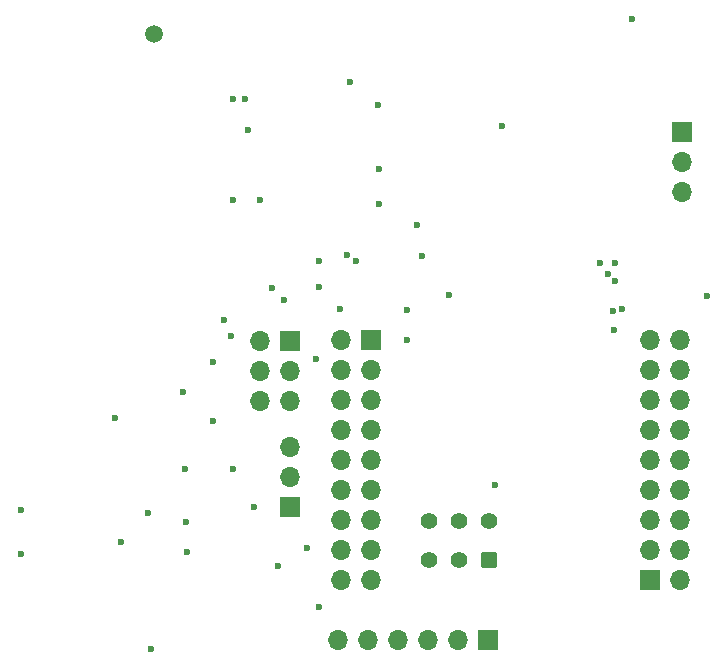
<source format=gbr>
%TF.GenerationSoftware,KiCad,Pcbnew,8.0.7*%
%TF.CreationDate,2025-05-01T01:05:46-07:00*%
%TF.ProjectId,salp_board,73616c70-5f62-46f6-9172-642e6b696361,rev?*%
%TF.SameCoordinates,Original*%
%TF.FileFunction,Copper,L3,Inr*%
%TF.FilePolarity,Positive*%
%FSLAX46Y46*%
G04 Gerber Fmt 4.6, Leading zero omitted, Abs format (unit mm)*
G04 Created by KiCad (PCBNEW 8.0.7) date 2025-05-01 01:05:46*
%MOMM*%
%LPD*%
G01*
G04 APERTURE LIST*
G04 Aperture macros list*
%AMRoundRect*
0 Rectangle with rounded corners*
0 $1 Rounding radius*
0 $2 $3 $4 $5 $6 $7 $8 $9 X,Y pos of 4 corners*
0 Add a 4 corners polygon primitive as box body*
4,1,4,$2,$3,$4,$5,$6,$7,$8,$9,$2,$3,0*
0 Add four circle primitives for the rounded corners*
1,1,$1+$1,$2,$3*
1,1,$1+$1,$4,$5*
1,1,$1+$1,$6,$7*
1,1,$1+$1,$8,$9*
0 Add four rect primitives between the rounded corners*
20,1,$1+$1,$2,$3,$4,$5,0*
20,1,$1+$1,$4,$5,$6,$7,0*
20,1,$1+$1,$6,$7,$8,$9,0*
20,1,$1+$1,$8,$9,$2,$3,0*%
G04 Aperture macros list end*
%TA.AperFunction,ComponentPad*%
%ADD10R,1.700000X1.700000*%
%TD*%
%TA.AperFunction,ComponentPad*%
%ADD11O,1.700000X1.700000*%
%TD*%
%TA.AperFunction,ComponentPad*%
%ADD12RoundRect,0.250000X0.450000X0.450000X-0.450000X0.450000X-0.450000X-0.450000X0.450000X-0.450000X0*%
%TD*%
%TA.AperFunction,ComponentPad*%
%ADD13C,1.400000*%
%TD*%
%TA.AperFunction,ViaPad*%
%ADD14C,1.500000*%
%TD*%
%TA.AperFunction,ViaPad*%
%ADD15C,0.600000*%
%TD*%
G04 APERTURE END LIST*
D10*
%TO.N,VCC*%
%TO.C,J10*%
X161501000Y-86969500D03*
D11*
%TO.N,GND*%
X158961000Y-86969500D03*
X161501000Y-89509500D03*
%TO.N,+3.3V*%
X158961000Y-89509500D03*
%TO.N,GND*%
X161501000Y-92049500D03*
X158961000Y-92049500D03*
%TD*%
D10*
%TO.N,unconnected-(J12-Pin_1-Pad1)*%
%TO.C,J12*%
X178308000Y-112268000D03*
D11*
%TO.N,Net-(J12-Pin_2)*%
X175768000Y-112268000D03*
%TO.N,Net-(J12-Pin_3)*%
X173228000Y-112268000D03*
%TO.N,/V_USB*%
X170688000Y-112268000D03*
%TO.N,unconnected-(J12-Pin_5-Pad5)*%
X168148000Y-112268000D03*
%TO.N,GND*%
X165608000Y-112268000D03*
%TD*%
D12*
%TO.N,/PB2*%
%TO.C,SW2*%
X178345000Y-105500000D03*
D13*
%TO.N,Net-(J12-Pin_2)*%
X175845000Y-105500000D03*
%TO.N,/PA0*%
X173345000Y-105500000D03*
%TO.N,/PB3*%
X173345000Y-102200000D03*
%TO.N,Net-(J12-Pin_3)*%
X175845000Y-102200000D03*
%TO.N,Net-(SW2B-C)*%
X178345000Y-102200000D03*
%TD*%
D10*
%TO.N,/M_SCL*%
%TO.C,J8*%
X192024000Y-107188000D03*
D11*
X194564000Y-107188000D03*
%TO.N,/PC0*%
X192024000Y-104648000D03*
X194564000Y-104648000D03*
%TO.N,/PC1*%
X192024000Y-102108000D03*
X194564000Y-102108000D03*
%TO.N,/PC2*%
X192024000Y-99568000D03*
X194564000Y-99568000D03*
%TO.N,/PC3*%
X192024000Y-97028000D03*
X194564000Y-97028000D03*
%TO.N,/PA0*%
X192024000Y-94488000D03*
X194564000Y-94488000D03*
%TO.N,/PA1*%
X192024000Y-91948000D03*
X194564000Y-91948000D03*
%TO.N,/PA2*%
X192024000Y-89408000D03*
X194564000Y-89408000D03*
%TO.N,/PA3*%
X192024000Y-86868000D03*
X194564000Y-86868000D03*
%TD*%
D10*
%TO.N,Net-(J4-Pin_1)*%
%TO.C,J4*%
X194725000Y-69275000D03*
D11*
X194725000Y-71815000D03*
X194725000Y-74355000D03*
%TD*%
D10*
%TO.N,/VOR*%
%TO.C,J9*%
X161496000Y-100978500D03*
D11*
%TO.N,+3.3V*%
X161496000Y-98438500D03*
%TO.N,/V_REG*%
X161496000Y-95898500D03*
%TD*%
D10*
%TO.N,/PA4*%
%TO.C,J1*%
X168402000Y-86868000D03*
D11*
X165862000Y-86868000D03*
%TO.N,/PA5*%
X168402000Y-89408000D03*
X165862000Y-89408000D03*
%TO.N,/PA6*%
X168402000Y-91948000D03*
X165862000Y-91948000D03*
%TO.N,/PA7*%
X168402000Y-94488000D03*
X165862000Y-94488000D03*
%TO.N,/PB5*%
X168402000Y-97028000D03*
X165862000Y-97028000D03*
%TO.N,/PB4*%
X168402000Y-99568000D03*
X165862000Y-99568000D03*
%TO.N,/PB3*%
X168402000Y-102108000D03*
X165862000Y-102108000D03*
%TO.N,/PB2*%
X168402000Y-104648000D03*
X165862000Y-104648000D03*
%TO.N,/M_SDA*%
X168402000Y-107188000D03*
X165862000Y-107188000D03*
%TD*%
D14*
%TO.N,GND*%
X150000000Y-61000000D03*
D15*
X157750000Y-66500000D03*
X190500000Y-59690000D03*
X172750000Y-79750000D03*
X179500000Y-68750000D03*
X196850000Y-83130000D03*
X149750000Y-113000000D03*
X171428500Y-86850000D03*
X156750000Y-66500000D03*
X152654000Y-97790000D03*
X171428500Y-84310000D03*
X189000000Y-86000000D03*
X147250000Y-104000000D03*
X138750000Y-105000000D03*
X169000000Y-67000000D03*
X166624000Y-65024000D03*
X138775750Y-101275750D03*
X152500000Y-91250000D03*
%TO.N,+BAT*%
X167132000Y-80172000D03*
X161000000Y-83500000D03*
X158500000Y-101000000D03*
X146750000Y-93500000D03*
%TO.N,VCC*%
X164000000Y-109500000D03*
X175000000Y-83058000D03*
%TO.N,+3.3V*%
X156500000Y-86500000D03*
X172300000Y-77100000D03*
X169087806Y-72412193D03*
X166343906Y-79698145D03*
X157937500Y-69088000D03*
X169065380Y-75334000D03*
X155915380Y-85165380D03*
%TO.N,/V_REG*%
X163000000Y-104500000D03*
X160500000Y-105979000D03*
%TO.N,Net-(D2-K)*%
X155000000Y-88750000D03*
X156707107Y-97792893D03*
%TO.N,Net-(D3-K)*%
X152750000Y-102250000D03*
X154996000Y-93754000D03*
%TO.N,/PA5*%
X165750000Y-84250000D03*
X163970180Y-82379000D03*
X163970180Y-80172000D03*
%TO.N,/PA7*%
X159000000Y-75000000D03*
X163750000Y-88500000D03*
X156750000Y-75000000D03*
X160039892Y-82460108D03*
%TO.N,/PB2*%
X178915380Y-99165380D03*
%TO.N,/PC3*%
X188864675Y-84444771D03*
X188468000Y-81280000D03*
%TO.N,/PC2*%
X189630197Y-84212436D03*
X189068000Y-81845687D03*
X187800000Y-80356265D03*
X189092265Y-80356265D03*
%TO.N,/V_USB*%
X152787763Y-104787763D03*
X149500000Y-101500000D03*
%TD*%
M02*

</source>
